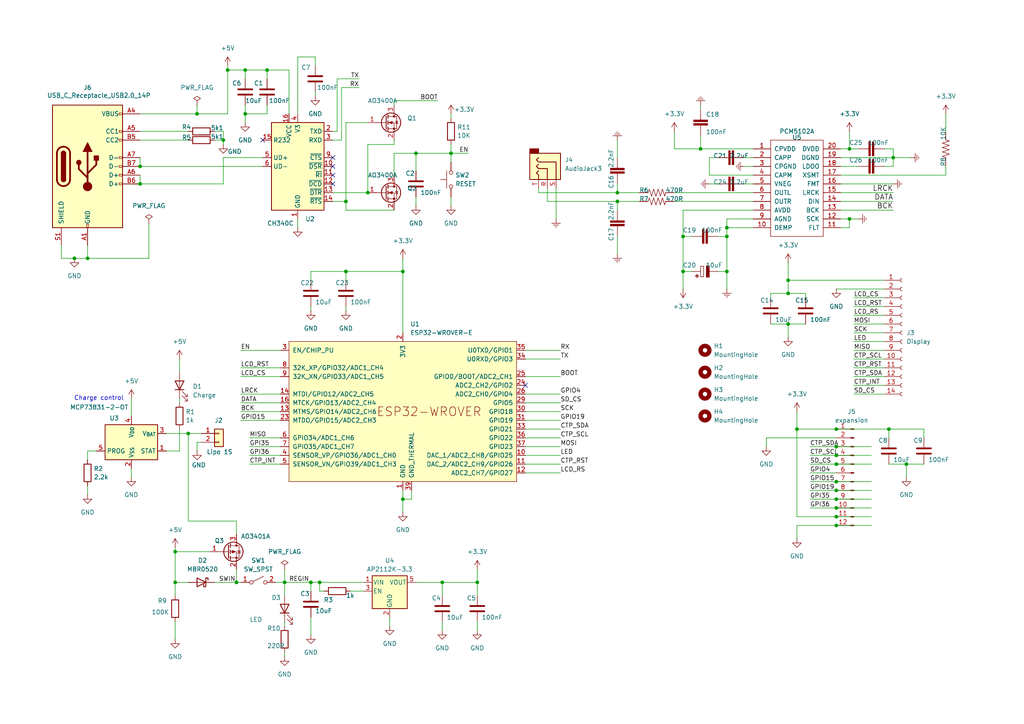
<source format=kicad_sch>
(kicad_sch (version 20250114) (generator "eeschema") (generator_version "9.0")
  (paper "A4")
  (text "Charge control" (at 28.702 115.57 0) (effects (font (size 1.27 1.27))))
  (junction (at 246.38 43.18))
  (junction (at 242.57 129.54))
  (junction (at 179.07 58.42))
  (junction (at 210.82 78.74))
  (junction (at 116.84 78.74))
  (junction (at 203.2 43.18))
  (junction (at 242.57 139.7))
  (junction (at 130.81 44.45))
  (junction (at 90.17 168.91))
  (junction (at 66.04 20.32))
  (junction (at 210.82 66.04))
  (junction (at 54.61 125.73))
  (junction (at 50.8 168.91))
  (junction (at 231.14 124.46))
  (junction (at 82.55 168.91))
  (junction (at 257.81 124.46))
  (junction (at 25.4 74.93))
  (junction (at 71.12 33.02))
  (junction (at 128.27 168.91))
  (junction (at 242.57 134.62))
  (junction (at 242.57 124.46))
  (junction (at 198.12 68.58))
  (junction (at 242.57 147.32))
  (junction (at 242.57 152.4))
  (junction (at 21.59 74.93))
  (junction (at 40.64 48.26))
  (junction (at 262.89 134.62))
  (junction (at 57.15 33.02))
  (junction (at 100.33 78.74))
  (junction (at 68.58 168.91))
  (junction (at 64.77 40.64))
  (junction (at 242.57 149.86))
  (junction (at 246.38 63.5))
  (junction (at 228.6 85.09))
  (junction (at 120.65 44.45))
  (junction (at 228.6 81.28))
  (junction (at 198.12 78.74))
  (junction (at 40.64 53.34))
  (junction (at 77.47 20.32))
  (junction (at 106.68 55.88))
  (junction (at 242.57 142.24))
  (junction (at 92.71 168.91))
  (junction (at 210.82 68.58))
  (junction (at 100.33 58.42))
  (junction (at 259.08 45.72))
  (junction (at 116.84 144.78))
  (junction (at 138.43 168.91))
  (junction (at 50.8 160.02))
  (junction (at 228.6 93.98))
  (junction (at 242.57 144.78))
  (junction (at 242.57 132.08))
  (junction (at 71.12 20.32))
  (junction (at 179.07 55.88))
  (no_connect (at 76.2 40.64))
  (no_connect (at 96.52 50.8))
  (no_connect (at 152.4 111.76))
  (no_connect (at 96.52 48.26))
  (no_connect (at 96.52 53.34))
  (no_connect (at 96.52 45.72))
  (wire (pts (xy 247.65 114.3) (xy 256.54 114.3)))
  (wire (pts (xy 152.4 116.84) (xy 162.56 116.84)))
  (wire (pts (xy 228.6 81.28) (xy 228.6 85.09)))
  (wire (pts (xy 228.6 81.28) (xy 256.54 81.28)))
  (wire (pts (xy 210.82 68.58) (xy 210.82 78.74)))
  (wire (pts (xy 138.43 180.34) (xy 138.43 182.88)))
  (wire (pts (xy 52.07 130.81) (xy 52.07 124.46)))
  (wire (pts (xy 97.79 22.86) (xy 104.14 22.86)))
  (wire (pts (xy 116.84 78.74) (xy 116.84 96.52)))
  (wire (pts (xy 205.74 50.8) (xy 218.44 50.8)))
  (wire (pts (xy 152.4 114.3) (xy 162.56 114.3)))
  (wire (pts (xy 152.4 119.38) (xy 162.56 119.38)))
  (wire (pts (xy 83.82 33.02) (xy 83.82 20.32)))
  (wire (pts (xy 198.12 78.74) (xy 198.12 83.82)))
  (wire (pts (xy 62.23 40.64) (xy 64.77 40.64)))
  (wire (pts (xy 43.18 64.77) (xy 43.18 74.93)))
  (wire (pts (xy 92.71 171.45) (xy 92.71 168.91)))
  (wire (pts (xy 50.8 160.02) (xy 60.96 160.02)))
  (wire (pts (xy 274.32 48.26) (xy 274.32 50.8)))
  (wire (pts (xy 246.38 43.18) (xy 248.92 43.18)))
  (wire (pts (xy 40.64 33.02) (xy 57.15 33.02)))
  (wire (pts (xy 100.33 60.96) (xy 114.3 60.96)))
  (wire (pts (xy 119.38 142.24) (xy 119.38 144.78)))
  (wire (pts (xy 247.65 106.68) (xy 256.54 106.68)))
  (wire (pts (xy 218.44 66.04) (xy 210.82 66.04)))
  (wire (pts (xy 203.2 39.37) (xy 203.2 43.18)))
  (wire (pts (xy 218.44 48.26) (xy 215.9 48.26)))
  (wire (pts (xy 247.65 91.44) (xy 256.54 91.44)))
  (wire (pts (xy 218.44 60.96) (xy 198.12 60.96)))
  (wire (pts (xy 156.21 55.88) (xy 156.21 54.61)))
  (wire (pts (xy 242.57 124.46) (xy 257.81 124.46)))
  (wire (pts (xy 93.98 171.45) (xy 92.71 171.45)))
  (wire (pts (xy 50.8 168.91) (xy 50.8 172.72)))
  (wire (pts (xy 52.07 104.14) (xy 52.07 107.95)))
  (wire (pts (xy 130.81 57.15) (xy 130.81 59.69)))
  (wire (pts (xy 243.84 53.34) (xy 259.08 53.34)))
  (wire (pts (xy 195.58 43.18) (xy 203.2 43.18)))
  (wire (pts (xy 246.38 63.5) (xy 248.92 63.5)))
  (wire (pts (xy 222.25 127) (xy 222.25 129.54)))
  (wire (pts (xy 179.07 55.88) (xy 185.42 55.88)))
  (wire (pts (xy 57.15 30.48) (xy 57.15 33.02)))
  (wire (pts (xy 40.64 50.8) (xy 40.64 53.34)))
  (wire (pts (xy 231.14 152.4) (xy 231.14 156.21)))
  (wire (pts (xy 243.84 43.18) (xy 246.38 43.18)))
  (wire (pts (xy 116.84 74.93) (xy 116.84 78.74)))
  (wire (pts (xy 256.54 43.18) (xy 259.08 43.18)))
  (wire (pts (xy 25.4 140.97) (xy 25.4 143.51)))
  (wire (pts (xy 100.33 58.42) (xy 100.33 60.96)))
  (wire (pts (xy 50.8 160.02) (xy 50.8 168.91)))
  (wire (pts (xy 68.58 151.13) (xy 54.61 151.13)))
  (wire (pts (xy 100.33 35.56) (xy 106.68 35.56)))
  (wire (pts (xy 231.14 124.46) (xy 242.57 124.46)))
  (wire (pts (xy 152.4 109.22) (xy 162.56 109.22)))
  (wire (pts (xy 77.47 33.02) (xy 71.12 33.02)))
  (wire (pts (xy 234.95 134.62) (xy 242.57 134.62)))
  (wire (pts (xy 92.71 168.91) (xy 105.41 168.91)))
  (wire (pts (xy 247.65 111.76) (xy 256.54 111.76)))
  (wire (pts (xy 62.23 168.91) (xy 68.58 168.91)))
  (wire (pts (xy 246.38 43.18) (xy 246.38 38.1)))
  (wire (pts (xy 114.3 50.8) (xy 114.3 44.45)))
  (wire (pts (xy 113.03 179.07) (xy 113.03 181.61)))
  (wire (pts (xy 114.3 29.21) (xy 127 29.21)))
  (wire (pts (xy 203.2 31.75) (xy 203.2 30.48)))
  (wire (pts (xy 152.4 129.54) (xy 162.56 129.54)))
  (wire (pts (xy 120.65 168.91) (xy 128.27 168.91)))
  (wire (pts (xy 69.85 109.22) (xy 81.28 109.22)))
  (wire (pts (xy 179.07 45.72) (xy 179.07 40.64)))
  (wire (pts (xy 90.17 179.07) (xy 90.17 184.15)))
  (wire (pts (xy 100.33 35.56) (xy 100.33 58.42)))
  (wire (pts (xy 91.44 26.67) (xy 91.44 27.94)))
  (wire (pts (xy 243.84 55.88) (xy 259.08 55.88)))
  (wire (pts (xy 274.32 38.1) (xy 274.32 33.02)))
  (wire (pts (xy 58.42 128.27) (xy 57.15 128.27)))
  (wire (pts (xy 71.12 20.32) (xy 77.47 20.32)))
  (wire (pts (xy 259.08 43.18) (xy 259.08 45.72)))
  (wire (pts (xy 179.07 53.34) (xy 179.07 55.88)))
  (wire (pts (xy 120.65 59.69) (xy 120.65 57.15)))
  (wire (pts (xy 90.17 81.28) (xy 90.17 78.74)))
  (wire (pts (xy 99.06 40.64) (xy 99.06 25.4)))
  (wire (pts (xy 120.65 44.45) (xy 120.65 49.53)))
  (wire (pts (xy 223.52 85.09) (xy 228.6 85.09)))
  (wire (pts (xy 54.61 125.73) (xy 58.42 125.73)))
  (wire (pts (xy 228.6 76.2) (xy 228.6 81.28)))
  (wire (pts (xy 69.85 119.38) (xy 81.28 119.38)))
  (wire (pts (xy 200.66 68.58) (xy 198.12 68.58)))
  (wire (pts (xy 259.08 45.72) (xy 259.08 48.26)))
  (wire (pts (xy 234.95 139.7) (xy 242.57 139.7)))
  (wire (pts (xy 64.77 40.64) (xy 64.77 41.91)))
  (wire (pts (xy 97.79 38.1) (xy 97.79 22.86)))
  (wire (pts (xy 179.07 55.88) (xy 156.21 55.88)))
  (wire (pts (xy 223.52 93.98) (xy 228.6 93.98)))
  (wire (pts (xy 210.82 66.04) (xy 210.82 68.58)))
  (wire (pts (xy 114.3 44.45) (xy 120.65 44.45)))
  (wire (pts (xy 100.33 78.74) (xy 116.84 78.74)))
  (wire (pts (xy 152.4 132.08) (xy 162.56 132.08)))
  (wire (pts (xy 40.64 45.72) (xy 40.64 48.26)))
  (wire (pts (xy 247.65 88.9) (xy 256.54 88.9)))
  (wire (pts (xy 242.57 149.86) (xy 252.73 149.86)))
  (wire (pts (xy 40.64 48.26) (xy 76.2 48.26)))
  (wire (pts (xy 152.4 104.14) (xy 162.56 104.14)))
  (wire (pts (xy 66.04 33.02) (xy 66.04 20.32)))
  (wire (pts (xy 119.38 144.78) (xy 116.84 144.78)))
  (wire (pts (xy 40.64 38.1) (xy 54.61 38.1)))
  (wire (pts (xy 215.9 53.34) (xy 218.44 53.34)))
  (wire (pts (xy 86.36 63.5) (xy 86.36 66.04)))
  (wire (pts (xy 243.84 60.96) (xy 259.08 60.96)))
  (wire (pts (xy 243.84 50.8) (xy 274.32 50.8)))
  (wire (pts (xy 231.14 149.86) (xy 242.57 149.86)))
  (wire (pts (xy 228.6 85.09) (xy 233.68 85.09)))
  (wire (pts (xy 208.28 68.58) (xy 210.82 68.58)))
  (wire (pts (xy 71.12 33.02) (xy 71.12 35.56)))
  (wire (pts (xy 38.1 135.89) (xy 38.1 138.43)))
  (wire (pts (xy 262.89 134.62) (xy 262.89 138.43)))
  (wire (pts (xy 247.65 96.52) (xy 256.54 96.52)))
  (wire (pts (xy 128.27 168.91) (xy 138.43 168.91)))
  (wire (pts (xy 152.4 101.6) (xy 162.56 101.6)))
  (wire (pts (xy 200.66 78.74) (xy 198.12 78.74)))
  (wire (pts (xy 267.97 124.46) (xy 267.97 127)))
  (wire (pts (xy 82.55 180.34) (xy 82.55 181.61)))
  (wire (pts (xy 242.57 144.78) (xy 252.73 144.78)))
  (wire (pts (xy 259.08 45.72) (xy 264.16 45.72)))
  (wire (pts (xy 242.57 142.24) (xy 252.73 142.24)))
  (wire (pts (xy 114.3 41.91) (xy 114.3 40.64)))
  (wire (pts (xy 210.82 63.5) (xy 210.82 66.04)))
  (wire (pts (xy 69.85 114.3) (xy 81.28 114.3)))
  (wire (pts (xy 114.3 29.21) (xy 114.3 30.48)))
  (wire (pts (xy 228.6 93.98) (xy 228.6 97.79)))
  (wire (pts (xy 208.28 78.74) (xy 210.82 78.74)))
  (wire (pts (xy 50.8 158.75) (xy 50.8 160.02)))
  (wire (pts (xy 77.47 20.32) (xy 83.82 20.32)))
  (wire (pts (xy 54.61 151.13) (xy 54.61 125.73)))
  (wire (pts (xy 152.4 124.46) (xy 162.56 124.46)))
  (wire (pts (xy 223.52 85.09) (xy 223.52 86.36)))
  (wire (pts (xy 25.4 130.81) (xy 27.94 130.81)))
  (wire (pts (xy 130.81 44.45) (xy 135.89 44.45)))
  (wire (pts (xy 257.81 134.62) (xy 262.89 134.62)))
  (wire (pts (xy 69.85 101.6) (xy 81.28 101.6)))
  (wire (pts (xy 106.68 41.91) (xy 106.68 55.88)))
  (wire (pts (xy 179.07 58.42) (xy 185.42 58.42)))
  (wire (pts (xy 25.4 133.35) (xy 25.4 130.81)))
  (wire (pts (xy 243.84 66.04) (xy 246.38 66.04)))
  (wire (pts (xy 64.77 45.72) (xy 64.77 53.34)))
  (wire (pts (xy 25.4 71.12) (xy 25.4 74.93)))
  (wire (pts (xy 128.27 168.91) (xy 128.27 172.72)))
  (wire (pts (xy 21.59 74.93) (xy 17.78 74.93)))
  (wire (pts (xy 71.12 30.48) (xy 71.12 33.02)))
  (wire (pts (xy 130.81 33.02) (xy 130.81 34.29)))
  (wire (pts (xy 242.57 129.54) (xy 252.73 129.54)))
  (wire (pts (xy 77.47 22.86) (xy 77.47 20.32)))
  (wire (pts (xy 242.57 152.4) (xy 252.73 152.4)))
  (wire (pts (xy 68.58 154.94) (xy 68.58 151.13)))
  (wire (pts (xy 90.17 168.91) (xy 90.17 171.45)))
  (wire (pts (xy 99.06 25.4) (xy 104.14 25.4)))
  (wire (pts (xy 257.81 124.46) (xy 257.81 127)))
  (wire (pts (xy 246.38 66.04) (xy 246.38 63.5)))
  (wire (pts (xy 40.64 53.34) (xy 64.77 53.34)))
  (wire (pts (xy 234.95 144.78) (xy 242.57 144.78)))
  (wire (pts (xy 100.33 88.9) (xy 100.33 90.17)))
  (wire (pts (xy 90.17 88.9) (xy 90.17 90.17)))
  (wire (pts (xy 68.58 168.91) (xy 69.85 168.91)))
  (wire (pts (xy 138.43 165.1) (xy 138.43 168.91)))
  (wire (pts (xy 130.81 44.45) (xy 120.65 44.45)))
  (wire (pts (xy 91.44 16.51) (xy 91.44 19.05)))
  (wire (pts (xy 152.4 134.62) (xy 162.56 134.62)))
  (wire (pts (xy 161.29 54.61) (xy 161.29 63.5)))
  (wire (pts (xy 54.61 168.91) (xy 50.8 168.91)))
  (wire (pts (xy 96.52 55.88) (xy 106.68 55.88)))
  (wire (pts (xy 231.14 152.4) (xy 242.57 152.4)))
  (wire (pts (xy 25.4 74.93) (xy 21.59 74.93)))
  (wire (pts (xy 234.95 142.24) (xy 242.57 142.24)))
  (wire (pts (xy 100.33 58.42) (xy 96.52 58.42)))
  (wire (pts (xy 210.82 78.74) (xy 210.82 83.82)))
  (wire (pts (xy 80.01 168.91) (xy 82.55 168.91)))
  (wire (pts (xy 43.18 74.93) (xy 25.4 74.93)))
  (wire (pts (xy 69.85 116.84) (xy 81.28 116.84)))
  (wire (pts (xy 64.77 38.1) (xy 64.77 40.64)))
  (wire (pts (xy 242.57 132.08) (xy 252.73 132.08)))
  (wire (pts (xy 72.39 129.54) (xy 81.28 129.54)))
  (wire (pts (xy 231.14 124.46) (xy 231.14 119.38)))
  (wire (pts (xy 69.85 121.92) (xy 81.28 121.92)))
  (wire (pts (xy 64.77 45.72) (xy 76.2 45.72)))
  (wire (pts (xy 66.04 20.32) (xy 66.04 19.05)))
  (wire (pts (xy 82.55 168.91) (xy 90.17 168.91)))
  (wire (pts (xy 69.85 106.68) (xy 81.28 106.68)))
  (wire (pts (xy 234.95 137.16) (xy 242.57 137.16)))
  (wire (pts (xy 233.68 85.09) (xy 233.68 86.36)))
  (wire (pts (xy 247.65 93.98) (xy 256.54 93.98)))
  (wire (pts (xy 57.15 33.02) (xy 66.04 33.02)))
  (wire (pts (xy 38.1 53.34) (xy 40.64 53.34)))
  (wire (pts (xy 152.4 121.92) (xy 162.56 121.92)))
  (wire (pts (xy 50.8 180.34) (xy 50.8 185.42)))
  (wire (pts (xy 68.58 168.91) (xy 68.58 165.1)))
  (wire (pts (xy 243.84 48.26) (xy 248.92 48.26)))
  (wire (pts (xy 158.75 58.42) (xy 158.75 54.61)))
  (wire (pts (xy 198.12 60.96) (xy 198.12 68.58)))
  (wire (pts (xy 179.07 58.42) (xy 179.07 60.96)))
  (wire (pts (xy 100.33 78.74) (xy 100.33 81.28)))
  (wire (pts (xy 72.39 132.08) (xy 81.28 132.08)))
  (wire (pts (xy 130.81 41.91) (xy 130.81 44.45)))
  (wire (pts (xy 128.27 180.34) (xy 128.27 182.88)))
  (wire (pts (xy 218.44 63.5) (xy 210.82 63.5)))
  (wire (pts (xy 138.43 168.91) (xy 138.43 172.72)))
  (wire (pts (xy 57.15 128.27) (xy 57.15 130.81)))
  (wire (pts (xy 247.65 86.36) (xy 256.54 86.36)))
  (wire (pts (xy 130.81 44.45) (xy 130.81 46.99)))
  (wire (pts (xy 259.08 48.26) (xy 256.54 48.26)))
  (wire (pts (xy 228.6 93.98) (xy 233.68 93.98)))
  (wire (pts (xy 101.6 171.45) (xy 105.41 171.45)))
  (wire (pts (xy 243.84 58.42) (xy 259.08 58.42)))
  (wire (pts (xy 257.81 124.46) (xy 267.97 124.46)))
  (wire (pts (xy 96.52 40.64) (xy 99.06 40.64)))
  (wire (pts (xy 234.95 147.32) (xy 242.57 147.32)))
  (wire (pts (xy 17.78 71.12) (xy 17.78 74.93)))
  (wire (pts (xy 198.12 68.58) (xy 198.12 78.74)))
  (wire (pts (xy 242.57 139.7) (xy 252.73 139.7)))
  (wire (pts (xy 86.36 16.51) (xy 86.36 33.02)))
  (wire (pts (xy 90.17 168.91) (xy 92.71 168.91)))
  (wire (pts (xy 96.52 38.1) (xy 97.79 38.1)))
  (wire (pts (xy 72.39 127) (xy 81.28 127)))
  (wire (pts (xy 52.07 115.57) (xy 52.07 116.84)))
  (wire (pts (xy 195.58 55.88) (xy 218.44 55.88)))
  (wire (pts (xy 62.23 38.1) (xy 64.77 38.1)))
  (wire (pts (xy 114.3 41.91) (xy 106.68 41.91)))
  (wire (pts (xy 72.39 134.62) (xy 81.28 134.62)))
  (wire (pts (xy 243.84 45.72) (xy 259.08 45.72)))
  (wire (pts (xy 222.25 127) (xy 242.57 127)))
  (wire (pts (xy 82.55 168.91) (xy 82.55 172.72)))
  (wire (pts (xy 40.64 40.64) (xy 54.61 40.64)))
  (wire (pts (xy 242.57 83.82) (xy 256.54 83.82)))
  (wire (pts (xy 231.14 124.46) (xy 231.14 149.86)))
  (wire (pts (xy 195.58 43.18) (xy 195.58 38.1)))
  (wire (pts (xy 208.28 53.34) (xy 205.74 53.34)))
  (wire (pts (xy 82.55 189.23) (xy 82.55 190.5)))
  (wire (pts (xy 247.65 101.6) (xy 256.54 101.6)))
  (wire (pts (xy 152.4 137.16) (xy 162.56 137.16)))
  (wire (pts (xy 242.57 147.32) (xy 252.73 147.32)))
  (wire (pts (xy 203.2 43.18) (xy 218.44 43.18)))
  (wire (pts (xy 82.55 165.1) (xy 82.55 168.91)))
  (wire (pts (xy 90.17 78.74) (xy 100.33 78.74)))
  (wire (pts (xy 179.07 68.58) (xy 179.07 73.66)))
  (wire (pts (xy 66.04 20.32) (xy 71.12 20.32)))
  (wire (pts (xy 116.84 142.24) (xy 116.84 144.78)))
  (wire (pts (xy 86.36 16.51) (xy 91.44 16.51)))
  (wire (pts (xy 243.84 63.5) (xy 246.38 63.5)))
  (wire (pts (xy 247.65 99.06) (xy 256.54 99.06)))
  (wire (pts (xy 152.4 127) (xy 162.56 127)))
  (wire (pts (xy 208.28 45.72) (xy 205.74 45.72)))
  (wire (pts (xy 38.1 115.57) (xy 38.1 120.65)))
  (wire (pts (xy 71.12 20.32) (xy 71.12 22.86)))
  (wire (pts (xy 179.07 58.42) (xy 158.75 58.42)))
  (wire (pts (xy 48.26 130.81) (xy 52.07 130.81)))
  (wire (pts (xy 234.95 129.54) (xy 242.57 129.54)))
  (wire (pts (xy 205.74 45.72) (xy 205.74 50.8)))
  (wire (pts (xy 77.47 30.48) (xy 77.47 33.02)))
  (wire (pts (xy 116.84 144.78) (xy 116.84 148.59)))
  (wire (pts (xy 195.58 58.42) (xy 218.44 58.42)))
  (wire (pts (xy 215.9 45.72) (xy 218.44 45.72)))
  (wire (pts (xy 247.65 104.14) (xy 256.54 104.14)))
  (wire (pts (xy 242.57 134.62) (xy 252.73 134.62)))
  (wire (pts (xy 262.89 134.62) (xy 267.97 134.62)))
  (wire (pts (xy 247.65 109.22) (xy 256.54 109.22)))
  (wire (pts (xy 234.95 132.08) (xy 242.57 132.08)))
  (wire (pts (xy 48.26 125.73) (xy 54.61 125.73)))
  (label "LCD_RS" (at 162.56 137.16 0))
  (label "GPIO19" (at 162.56 121.92 0))
  (label "CTP_SDA" (at 247.65 109.22 0))
  (label "MOSI" (at 247.65 93.98 0))
  (label "SCK" (at 162.56 119.38 0))
  (label "REGIN" (at 83.82 168.91 0))
  (label "SWIN" (at 63.5 168.91 0))
  (label "DATA" (at 69.85 116.84 0))
  (label "GPIO19" (at 234.95 142.24 0))
  (label "GPI35" (at 72.39 129.54 0))
  (label "CTP_INT" (at 72.39 134.62 0))
  (label "CTP_SDA" (at 234.95 129.54 0))
  (label "LCD_RS" (at 247.65 91.44 0))
  (label "EN" (at 135.89 44.45 180))
  (label "CTP_RST" (at 247.65 106.68 0))
  (label "SD_CS" (at 247.65 114.3 0))
  (label "CTP_SCL" (at 162.56 127 0))
  (label "CTP_INT" (at 247.65 111.76 0))
  (label "MISO" (at 72.39 127 0))
  (label "TX" (at 162.56 104.14 0))
  (label "LCD_RST" (at 247.65 88.9 0))
  (label "BOOT" (at 162.56 109.22 0))
  (label "LCD_CS" (at 69.85 109.22 0))
  (label "SCK" (at 247.65 96.52 0))
  (label "CTP_RST" (at 162.56 134.62 0))
  (label "CTP_SCL" (at 247.65 104.14 0))
  (label "GPI35" (at 234.95 144.78 0))
  (label "BOOT" (at 127 29.21 180))
  (label "RX" (at 162.56 101.6 0))
  (label "MISO" (at 247.65 101.6 0))
  (label "GPIO4" (at 162.56 114.3 0))
  (label "LCD_CS" (at 247.65 86.36 0))
  (label "BCK" (at 259.08 60.96 180) (effects (font (size 1.524 1.524))))
  (label "RX" (at 104.14 25.4 180))
  (label "GPI36" (at 234.95 147.32 0))
  (label "LCD_RST" (at 69.85 106.68 0))
  (label "GPIO4" (at 234.95 137.16 0))
  (label "CTP_SDA" (at 162.56 124.46 0))
  (label "LED" (at 247.65 99.06 0))
  (label "CTP_SCL" (at 234.95 132.08 0))
  (label "BCK" (at 69.85 119.38 0))
  (label "SD_CS" (at 234.95 134.62 0))
  (label "TX" (at 104.14 22.86 180))
  (label "GPIO15" (at 234.95 139.7 0))
  (label "MOSI" (at 162.56 129.54 0))
  (label "GPI36" (at 72.39 132.08 0))
  (label "EN" (at 69.85 101.6 0))
  (label "SD_CS" (at 162.56 116.84 0))
  (label "LRCK" (at 259.08 55.88 180) (effects (font (size 1.524 1.524))))
  (label "LED" (at 162.56 132.08 0))
  (label "LRCK" (at 69.85 114.3 0))
  (label "GPIO15" (at 69.85 121.92 0))
  (label "DATA" (at 259.08 58.42 180) (effects (font (size 1.524 1.524))))
  (symbol (lib_id "power:+3.3V") (at 138.43 165.1 0) (unit 1)
    (property "Reference" "#PWR020" (effects (hide yes)))
    (property "Value" "+3.3V" (at 138.43 160.02 0))
    (property "Description" "Power symbol creates a global label with name \"+3.3V\"" (effects (hide yes)))
  )
  (symbol (lib_id "power:GND") (at 242.57 83.82 0) (unit 1)
    (property "Reference" "#PWR022" (effects (hide yes)))
    (property "Value" "GND" (at 242.57 88.9 0))
    (property "Description" "Power symbol creates a global label with name \"GND\" , ground" (effects (hide yes)))
  )
  (symbol (lib_id "power:+5V") (at 50.8 158.75 0) (unit 1)
    (property "Reference" "#PWR015" (effects (hide yes)))
    (property "Value" "+5V" (at 50.8 153.67 0))
    (property "Description" "Power symbol creates a global label with name \"+5V\"" (effects (hide yes)))
  )
  (symbol (lib_id "power:GND") (at 90.17 184.15 0) (unit 1)
    (property "Reference" "#PWR016" (effects (hide yes)))
    (property "Value" "GND" (at 90.17 189.23 0))
    (property "Description" "Power symbol creates a global label with name \"GND\" , ground" (effects (hide yes)))
  )
  (symbol (lib_id "Connector:USB_C_Receptacle_USB2.0_14P") (at 25.4 48.26 0) (unit 1)
    (property "Reference" "J6" (at 25.4 25.4 0))
    (property "Value" "USB_C_Receptacle_USB2.0_14P" (at 28.702 27.686 0))
    (property "Footprint" "Connector_USB:USB_C_Receptacle_HRO_TYPE-C-31-M-12" (effects (hide yes)))
    (property "Datasheet" "https://www.usb.org/sites/default/files/documents/usb_type-c.zip" (effects (hide yes)))
    (property "Description" "USB 2.0-only 14P Type-C Receptacle connector" (effects (hide yes)))
    (property "LCSC" "C165948" (effects (hide yes)))
  )
  (symbol (lib_id "Device:R") (at 97.79 171.45 90) (unit 1)
    (property "Reference" "R3" (at 95.25 173.99 90))
    (property "Value" "1k" (at 101.6 172.72 90))
    (property "Footprint" "Resistor_SMD:R_0603_1608Metric" (effects (hide yes)))
    (property "Description" "Resistor" (effects (hide yes)))
    (property "LCSC" "C21190" (effects (hide yes)))
  )
  (symbol (lib_id "power:GND") (at 130.81 59.69 0) (unit 1)
    (property "Reference" "#PWR030" (effects (hide yes)))
    (property "Value" "GND" (at 130.81 64.77 0))
    (property "Description" "Power symbol creates a global label with name \"GND\" , ground" (effects (hide yes)))
  )
  (symbol (lib_name "C_EU_18") (lib_id "pidac_5102A-rescue:C_EU") (at 204.47 68.58 90) (unit 1)
    (property "Reference" "C19" (at 201.93 66.04 90) (effects (justify left bottom)))
    (property "Value" "100nF" (at 209.55 66.04 90) (effects (justify left bottom)))
    (property "Footprint" "Capacitor_SMD:C_0603_1608Metric" (effects (hide yes)))
    (property "LCSC" "C14663" (effects (hide yes)))
  )
  (symbol (lib_id "Mechanical:MountingHole") (at 204.47 114.3 0) (unit 1) (on_board no)
    (property "Reference" "H3" (at 207.01 113.0299 0) (effects (justify left)))
    (property "Value" "MountingHole" (at 207.01 115.5699 0) (effects (justify left)))
    (property "Footprint" "MountingHole:MountingHole_3.2mm_M3_ISO14580" (effects (hide yes)))
    (property "Description" "Mounting Hole without connection" (effects (hide yes)))
  )
  (symbol (lib_name "GND_25") (lib_id "pidac_5102A-rescue:GND") (at 248.92 63.5 90) (unit 1)
    (property "Reference" "#PWR047" (effects (hide yes)))
    (property "Value" "GND" (effects (hide yes)))
  )
  (symbol (lib_id "Device:C") (at 91.44 22.86 0) (unit 1)
    (property "Reference" "C7" (at 87.376 19.558 0) (effects (justify left)))
    (property "Value" "100nF" (at 91.948 25.4 0) (effects (justify left)))
    (property "Footprint" "Capacitor_SMD:C_0603_1608Metric" (effects (hide yes)))
    (property "Description" "Unpolarized capacitor" (effects (hide yes)))
    (property "LCSC" "C14663" (effects (hide yes)))
  )
  (symbol (lib_name "GND_20") (lib_id "pidac_5102A-rescue:GND") (at 210.82 83.82 0) (unit 1)
    (property "Reference" "#PWR044" (effects (hide yes)))
    (property "Value" "GND" (effects (hide yes)))
  )
  (symbol (lib_id "Device:C") (at 90.17 85.09 0) (unit 1)
    (property "Reference" "C22" (at 87.122 82.042 0) (effects (justify left)))
    (property "Value" "10uF" (at 91.44 87.63 0) (effects (justify left)))
    (property "Footprint" "Capacitor_SMD:C_0603_1608Metric" (effects (hide yes)))
    (property "Description" "Unpolarized capacitor" (effects (hide yes)))
    (property "LCSC" "C19702" (effects (hide yes)))
  )
  (symbol (lib_id "power:+3.3V") (at 198.12 83.82 180) (unit 1)
    (property "Reference" "#PWR023" (effects (hide yes)))
    (property "Value" "+3.3V" (at 198.12 88.9 0))
    (property "Description" "Power symbol creates a global label with name \"+3.3V\"" (effects (hide yes)))
  )
  (symbol (lib_id "power:+3.3V") (at 228.6 76.2 0) (unit 1)
    (property "Reference" "#PWR02" (effects (hide yes)))
    (property "Value" "+3.3V" (at 228.6 71.12 0))
    (property "Description" "Power symbol creates a global label with name \"+3.3V\"" (effects (hide yes)))
  )
  (symbol (lib_name "CPOL_EU_2") (lib_id "pidac_5102A-rescue:CPOL_EU") (at 204.47 78.74 90) (unit 1)
    (property "Reference" "C20" (at 201.93 76.2 90) (effects (justify left bottom)))
    (property "Value" "10uF" (at 209.55 76.2 90) (effects (justify left bottom)))
    (property "Footprint" "Capacitor_SMD:C_0603_1608Metric" (effects (hide yes)))
    (property "LCSC" "C19702" (effects (hide yes)))
  )
  (symbol (lib_name "C_EU_15") (lib_id "pidac_5102A-rescue:C_EU") (at 212.09 45.72 90) (unit 1)
    (property "Reference" "C21" (at 210.82 44.45 90) (effects (justify left bottom)))
    (property "Value" "2.2uF" (at 217.17 44.45 90) (effects (justify left bottom)))
    (property "Footprint" "Capacitor_SMD:C_0603_1608Metric" (effects (hide yes)))
    (property "LCSC" "C23630" (effects (hide yes)))
  )
  (symbol (lib_id "Device:LED") (at 82.55 176.53 90) (unit 1)
    (property "Reference" "D3" (at 78.74 173.355 90) (effects (justify right)))
    (property "Value" "LED" (at 72.39 179.705 90) (effects (justify right)))
    (property "Footprint" "LED_SMD:LED_0805_2012Metric" (effects (hide yes)))
    (property "Description" "Light emitting diode" (effects (hide yes)))
    (property "Sim.Pins" "1=K 2=A" (effects (hide yes)))
    (property "LCSC" "C2296" (effects (hide yes)))
  )
  (symbol (lib_name "C_EU_16") (lib_id "pidac_5102A-rescue:C_EU") (at 212.09 53.34 90) (unit 1)
    (property "Reference" "C24" (at 210.82 52.07 90) (effects (justify left bottom)))
    (property "Value" "2.2uF" (at 217.17 52.07 90) (effects (justify left bottom)))
    (property "Footprint" "Capacitor_SMD:C_0603_1608Metric" (effects (hide yes)))
    (property "LCSC" "C23630" (effects (hide yes)))
  )
  (symbol (lib_id "Transistor_FET:BSS138") (at 111.76 35.56 0) (unit 1)
    (property "Reference" "Q1" (at 118.11 34.2899 0) (effects (justify left)))
    (property "Value" "AO3400A" (at 106.68 29.21 0) (effects (justify left)))
    (property "Footprint" "Package_TO_SOT_SMD:SOT-23" (effects (hide yes)))
    (property "Datasheet" "https://www.onsemi.com/pub/Collateral/BSS138-D.PDF" (effects (hide yes)))
    (property "Description" "50V Vds, 0.22A Id, N-Channel MOSFET, SOT-23" (effects (hide yes)))
    (property "LCSC" "C20917" (effects (hide yes)))
  )
  (symbol (lib_id "power:GND") (at 21.59 74.93 0) (unit 1)
    (property "Reference" "#PWR026" (effects (hide yes)))
    (property "Value" "GND" (at 21.59 80.01 0))
    (property "Description" "Power symbol creates a global label with name \"GND\" , ground" (effects (hide yes)))
  )
  (symbol (lib_id "power:GND") (at 116.84 148.59 0) (unit 1)
    (property "Reference" "#PWR01" (effects (hide yes)))
    (property "Value" "GND" (at 116.84 153.67 0))
    (property "Description" "Power symbol creates a global label with name \"GND\" , ground" (effects (hide yes)))
  )
  (symbol (lib_id "Device:LED") (at 52.07 111.76 90) (unit 1)
    (property "Reference" "D1" (at 55.88 112.0774 90) (effects (justify right)))
    (property "Value" "Charge" (at 55.88 114.6174 90) (effects (justify right)))
    (property "Footprint" "LED_SMD:LED_0805_2012Metric" (effects (hide yes)))
    (property "Description" "Light emitting diode" (effects (hide yes)))
    (property "Sim.Pins" "1=K 2=A" (effects (hide yes)))
    (property "LCSC" "C84256" (effects (hide yes)))
  )
  (symbol (lib_name "C_EU_22") (lib_id "pidac_5102A-rescue:C_EU") (at 252.73 48.26 90) (unit 1)
    (property "Reference" "C26" (at 250.19 45.72 90) (effects (justify left bottom)))
    (property "Value" "100nF" (at 257.81 45.72 90) (effects (justify left bottom)))
    (property "Footprint" "Capacitor_SMD:C_0603_1608Metric" (effects (hide yes)))
    (property "LCSC" "C14663" (effects (hide yes)))
  )
  (symbol (lib_id "power:+3.3V") (at 231.14 119.38 0) (unit 1)
    (property "Reference" "#PWR025" (effects (hide yes)))
    (property "Value" "+3.3V" (at 231.14 114.3 0))
    (property "Description" "Power symbol creates a global label with name \"+3.3V\"" (effects (hide yes)))
  )
  (symbol (lib_id "power:GND") (at 262.89 138.43 0) (unit 1)
    (property "Reference" "#PWR029" (effects (hide yes)))
    (property "Value" "GND" (at 262.89 143.51 0))
    (property "Description" "Power symbol creates a global label with name \"GND\" , ground" (effects (hide yes)))
  )
  (symbol (lib_id "Device:C") (at 223.52 90.17 0) (unit 1)
    (property "Reference" "C14" (at 220.472 87.122 0) (effects (justify left)))
    (property "Value" "10uF" (at 224.79 92.71 0) (effects (justify left)))
    (property "Footprint" "Capacitor_SMD:C_0603_1608Metric" (effects (hide yes)))
    (property "Description" "Unpolarized capacitor" (effects (hide yes)))
    (property "LCSC" "C19702" (effects (hide yes)))
  )
  (symbol (lib_id "power:+5V") (at 38.1 115.57 0) (unit 1)
    (property "Reference" "#PWR010" (effects (hide yes)))
    (property "Value" "+5V" (at 38.1 110.49 0))
    (property "Description" "Power symbol creates a global label with name \"+5V\"" (effects (hide yes)))
  )
  (symbol (lib_id "Device:C") (at 233.68 90.17 0) (unit 1)
    (property "Reference" "C15" (at 230.632 87.122 0) (effects (justify left)))
    (property "Value" "100nF" (at 234.95 92.71 0) (effects (justify left)))
    (property "Footprint" "Capacitor_SMD:C_0603_1608Metric" (effects (hide yes)))
    (property "Description" "Unpolarized capacitor" (effects (hide yes)))
    (property "LCSC" "C14663" (effects (hide yes)))
  )
  (symbol (lib_id "power:GND") (at 222.25 129.54 0) (unit 1)
    (property "Reference" "#PWR027" (effects (hide yes)))
    (property "Value" "GND" (at 222.25 134.62 0))
    (property "Description" "Power symbol creates a global label with name \"GND\" , ground" (effects (hide yes)))
  )
  (symbol (lib_name "R_US_7") (lib_id "pidac_5102A-rescue:R_US") (at 190.5 58.42 0) (unit 1)
    (property "Reference" "R7" (at 185.42 58.42 0) (effects (justify left bottom)))
    (property "Value" "470R" (at 193.04 58.42 0) (effects (justify left bottom)))
    (property "Footprint" "Resistor_SMD:R_0603_1608Metric" (effects (hide yes)))
    (property "LCSC" "C23179" (effects (hide yes)))
  )
  (symbol (lib_id "Espressif:ESP32-WROVER-E") (at 116.84 119.38 0) (unit 1)
    (property "Reference" "U1" (at 118.9833 93.98 0) (effects (justify left)))
    (property "Value" "ESP32-WROVER-E" (at 118.9833 96.52 0) (effects (justify left)))
    (property "Footprint" "PCM_Espressif:ESP32-WROVER-E" (effects (hide yes)))
    (property "Datasheet" "https://www.espressif.com/sites/default/files/documentation/esp32-wrover-e_esp32-wrover-ie_datasheet_en.pdf" (effects (hide yes)))
    (property "Description" "ESP32-WROVER-E and ESP32-WROVER-IE are two powerful, generic WiFi-BT-BLE MCU modules that target a wide variety of applications, ranging from low-power sensor networks to the most demanding tasks, such as voice encoding, music streaming and MP3 decoding. ESP32-WROVER-E comes with a PCB antenna, and ESP32-WROVER-IE with an IPEX antenna. They both featurea 4 MB external SPI flash and an additional 8 MB SPI Pseudo static RAM (PSRAM)." (effects (hide yes)))
    (property "LCSC" "C701342" (effects (hide yes)))
  )
  (symbol (lib_name "C_EU_20") (lib_id "pidac_5102A-rescue:C_EU") (at 179.07 64.77 180) (unit 1)
    (property "Reference" "C17" (at 176.53 66.04 90) (effects (justify left bottom)))
    (property "Value" "2.2nF" (at 176.53 58.42 90) (effects (justify left bottom)))
    (property "Footprint" "Capacitor_SMD:C_0603_1608Metric" (effects (hide yes)))
    (property "LCSC" "C1604" (effects (hide yes)))
  )
  (symbol (lib_id "Device:R") (at 130.81 38.1 180) (unit 1)
    (property "Reference" "R11" (at 132.588 36.8878 0) (effects (justify right)))
    (property "Value" "10K" (at 132.588 39.3121 0) (effects (justify right)))
    (property "Footprint" "Resistor_SMD:R_0603_1608Metric" (effects (hide yes)))
    (property "Description" "Resistor" (effects (hide yes)))
    (property "LCSC" "C25804" (effects (hide yes)))
  )
  (symbol (lib_id "power:+3.3V") (at 246.38 38.1 0) (unit 1)
    (property "Reference" "#PWR046" (effects (hide yes)))
    (property "Value" "+3.3V" (at 246.38 33.02 0))
    (property "Description" "Power symbol creates a global label with name \"+3.3V\"" (effects (hide yes)))
  )
  (symbol (lib_id "Transistor_FET:DMG2301L") (at 66.04 160.02 0) (unit 1)
    (property "Reference" "Q3" (at 62.23 156.845 0) (effects (justify left)))
    (property "Value" "AO3401A" (at 69.85 155.575 0) (effects (justify left)))
    (property "Footprint" "Package_TO_SOT_SMD" (effects (hide yes)))
    (property "Datasheet" "https://www.diodes.com/assets/Datasheets/DMG2301L.pdf" (effects (hide yes)))
    (property "Description" "-3A Id, -20V Vds, P-Channel MOSFET, SOT-23" (effects (hide yes)))
    (property "LCSC" "C15127" (effects (hide yes)))
  )
  (symbol (lib_id "Device:C") (at 100.33 85.09 0) (unit 1)
    (property "Reference" "C23" (at 97.282 82.042 0) (effects (justify left)))
    (property "Value" "100nF" (at 101.6 87.63 0) (effects (justify left)))
    (property "Footprint" "Capacitor_SMD:C_0603_1608Metric" (effects (hide yes)))
    (property "Description" "Unpolarized capacitor" (effects (hide yes)))
    (property "LCSC" "C14663" (effects (hide yes)))
  )
  (symbol (lib_id "Connector:Conn_01x12_Pin") (at 247.65 137.16 0) (mirror y) (unit 1)
    (property "Reference" "J5" (at 247.015 119.38 0))
    (property "Value" "expansion" (at 247.015 121.92 0))
    (property "Footprint" "Connector_PinSocket_2.54mm:PinSocket_1x12_P2.54mm_Vertical" (effects (hide yes)))
    (property "Description" "Generic connector, single row, 01x12, script generated" (effects (hide yes)))
  )
  (symbol (lib_id "power:GND") (at 120.65 59.69 0) (unit 1)
    (property "Reference" "#PWR09" (effects (hide yes)))
    (property "Value" "GND" (at 120.65 64.77 0))
    (property "Description" "Power symbol creates a global label with name \"GND\" , ground" (effects (hide yes)))
  )
  (symbol (lib_id "Transistor_FET:BSS138") (at 111.76 55.88 0) (unit 1)
    (property "Reference" "Q2" (at 118.11 54.6099 0) (effects (justify left)))
    (property "Value" "AO3400A" (at 106.68 50.8 0) (effects (justify left)))
    (property "Footprint" "Package_TO_SOT_SMD:SOT-23" (effects (hide yes)))
    (property "Datasheet" "https://www.onsemi.com/pub/Collateral/BSS138-D.PDF" (effects (hide yes)))
    (property "Description" "50V Vds, 0.22A Id, N-Channel MOSFET, SOT-23" (effects (hide yes)))
    (property "LCSC" "C20917" (effects (hide yes)))
  )
  (symbol (lib_id "power:GND") (at 25.4 143.51 0) (unit 1)
    (property "Reference" "#PWR013" (effects (hide yes)))
    (property "Value" "GND" (at 25.4 148.59 0))
    (property "Description" "Power symbol creates a global label with name \"GND\" , ground" (effects (hide yes)))
  )
  (symbol (lib_name "C_EU_17") (lib_id "pidac_5102A-rescue:C_EU") (at 203.2 35.56 0) (unit 1)
    (property "Reference" "C18" (at 204.724 33.909 0) (effects (justify left bottom)))
    (property "Value" "100nF" (at 204.724 38.989 0) (effects (justify left bottom)))
    (property "Footprint" "Capacitor_SMD:C_0603_1608Metric" (effects (hide yes)))
    (property "LCSC" "C14663" (effects (hide yes)))
  )
  (symbol (lib_id "Mechanical:MountingHole") (at 204.47 101.6 0) (unit 1) (on_board no)
    (property "Reference" "H1" (at 207.01 100.3299 0) (effects (justify left)))
    (property "Value" "MountingHole" (at 207.01 102.8699 0) (effects (justify left)))
    (property "Footprint" "MountingHole:MountingHole_3.2mm_M3_ISO14580" (effects (hide yes)))
    (property "Description" "Mounting Hole without connection" (effects (hide yes)))
  )
  (symbol (lib_id "Device:R") (at 52.07 120.65 0) (unit 1)
    (property "Reference" "R1" (at 53.848 119.4378 0) (effects (justify left)))
    (property "Value" "1k" (at 53.848 121.8621 0) (effects (justify left)))
    (property "Footprint" "Resistor_SMD:R_0603_1608Metric" (effects (hide yes)))
    (property "Description" "Resistor" (effects (hide yes)))
    (property "LCSC" "C21190" (effects (hide yes)))
  )
  (symbol (lib_id "Interface_USB:CH340C") (at 86.36 48.26 0) (unit 1)
    (property "Reference" "U2" (at 88.5541 63.5 0) (effects (justify left)))
    (property "Value" "CH340C" (at 77.47 64.77 0) (effects (justify left)))
    (property "Footprint" "Package_SO:SOIC-16_3.9x9.9mm_P1.27mm" (effects (hide yes)))
    (property "Datasheet" "https://datasheet.lcsc.com/szlcsc/Jiangsu-Qin-Heng-CH340C_C84681.pdf" (effects (hide yes)))
    (property "Description" "USB serial converter, crystal-less, UART, SOIC-16" (effects (hide yes)))
    (property "LCSC" "C84681" (effects (hide yes)))
  )
  (symbol (lib_id "power:GND") (at 90.17 90.17 0) (unit 1)
    (property "Reference" "#PWR037" (effects (hide yes)))
    (property "Value" "GND" (at 90.17 95.25 0))
    (property "Description" "Power symbol creates a global label with name \"GND\" , ground" (effects (hide yes)))
  )
  (symbol (lib_id "power:+3.3V") (at 195.58 38.1 0) (unit 1)
    (property "Reference" "#PWR040" (effects (hide yes)))
    (property "Value" "+3.3V" (at 195.58 33.02 0))
    (property "Description" "Power symbol creates a global label with name \"+3.3V\"" (effects (hide yes)))
  )
  (symbol (lib_id "power:GND") (at 100.33 90.17 0) (unit 1)
    (property "Reference" "#PWR038" (effects (hide yes)))
    (property "Value" "GND" (at 100.33 95.25 0))
    (property "Description" "Power symbol creates a global label with name \"GND\" , ground" (effects (hide yes)))
  )
  (symbol (lib_id "power:GND") (at 91.44 27.94 0) (unit 1)
    (property "Reference" "#PWR06" (effects (hide yes)))
    (property "Value" "GND" (at 91.44 33.02 0))
    (property "Description" "Power symbol creates a global label with name \"GND\" , ground" (effects (hide yes)))
  )
  (symbol (lib_id "Device:R") (at 82.55 185.42 0) (unit 1)
    (property "Reference" "R10" (at 77.47 182.245 0) (effects (justify left)))
    (property "Value" "220R" (at 77.47 187.325 0) (effects (justify left)))
    (property "Footprint" "Resistor_SMD:R_0603_1608Metric" (effects (hide yes)))
    (property "Description" "Resistor" (effects (hide yes)))
    (property "LCSC" "C22962" (effects (hide yes)))
  )
  (symbol (lib_id "Device:C") (at 120.65 53.34 0) (unit 1)
    (property "Reference" "C2" (at 117.602 50.292 0) (effects (justify left)))
    (property "Value" "100nF" (at 121.92 55.88 0) (effects (justify left)))
    (property "Footprint" "Capacitor_SMD:C_0603_1608Metric" (effects (hide yes)))
    (property "Description" "Unpolarized capacitor" (effects (hide yes)))
    (property "LCSC" "C14663" (effects (hide yes)))
  )
  (symbol (lib_name "GND_24") (lib_id "pidac_5102A-rescue:GND") (at 179.07 73.66 0) (unit 1)
    (property "Reference" "#PWR039" (effects (hide yes)))
    (property "Value" "GND" (effects (hide yes)))
  )
  (symbol (lib_id "Device:R") (at 58.42 38.1 90) (unit 1)
    (property "Reference" "R4" (at 54.102 36.83 90))
    (property "Value" "5k1" (at 62.992 39.624 90))
    (property "Footprint" "Resistor_SMD:R_0603_1608Metric" (effects (hide yes)))
    (property "Description" "Resistor" (effects (hide yes)))
    (property "LCSC" "C23186 " (effects (hide yes)))
  )
  (symbol (lib_id "power:+5V") (at 52.07 104.14 0) (unit 1)
    (property "Reference" "#PWR012" (effects (hide yes)))
    (property "Value" "+5V" (at 52.07 99.06 0))
    (property "Description" "Power symbol creates a global label with name \"+5V\"" (effects (hide yes)))
  )
  (symbol (lib_id "power:GND") (at 86.36 66.04 0) (unit 1)
    (property "Reference" "#PWR04" (effects (hide yes)))
    (property "Value" "GND" (effects (hide yes)))
    (property "Description" "Power symbol creates a global label with name \"GND\" , ground" (effects (hide yes)))
  )
  (symbol (lib_id "Device:R") (at 25.4 137.16 0) (unit 1)
    (property "Reference" "R2" (at 27.178 135.9478 0) (effects (justify left)))
    (property "Value" "2.2k" (at 27.178 138.3721 0) (effects (justify left)))
    (property "Footprint" "Resistor_SMD:R_0603_1608Metric" (effects (hide yes)))
    (property "Description" "Resistor" (effects (hide yes)))
    (property "LCSC" "C4190" (effects (hide yes)))
  )
  (symbol (lib_id "Device:C") (at 138.43 176.53 0) (unit 1)
    (property "Reference" "C5" (at 135.382 173.482 0) (effects (justify left)))
    (property "Value" "100nF" (at 139.7 179.07 0) (effects (justify left)))
    (property "Footprint" "Capacitor_SMD:C_0603_1608Metric" (effects (hide yes)))
    (property "Description" "Unpolarized capacitor" (effects (hide yes)))
    (property "LCSC" "C14663" (effects (hide yes)))
  )
  (symbol (lib_id "power:GND") (at 128.27 182.88 0) (unit 1)
    (property "Reference" "#PWR018" (effects (hide yes)))
    (property "Value" "GND" (at 128.27 187.96 0))
    (property "Description" "Power symbol creates a global label with name \"GND\" , ground" (effects (hide yes)))
  )
  (symbol (lib_id "power:GND") (at 64.77 41.91 0) (unit 1)
    (property "Reference" "#PWR021" (effects (hide yes)))
    (property "Value" "GND" (at 68.072 43.942 0))
    (property "Description" "Power symbol creates a global label with name \"GND\" , ground" (effects (hide yes)))
  )
  (symbol (lib_id "Connector_Audio:AudioJack3") (at 158.75 49.53 270) (unit 1)
    (property "Reference" "J4" (at 163.83 46.3549 90) (effects (justify left)))
    (property "Value" "AudioJack3" (at 163.83 48.8949 90) (effects (justify left)))
    (property "Footprint" "Connector_Audio:Jack_3.5mm_CUI_SJ1-3523N_Horizontal" (effects (hide yes)))
    (property "Description" "Audio Jack, 3 Poles (Stereo / TRS)" (effects (hide yes)))
    (property "LCSC" "C20182914 " (effects (hide yes)))
  )
  (symbol (lib_name "R_US_6") (lib_id "pidac_5102A-rescue:R_US") (at 190.5 55.88 0) (unit 1)
    (property "Reference" "R6" (at 185.42 55.88 0) (effects (justify left bottom)))
    (property "Value" "470R" (at 193.04 55.88 0) (effects (justify left bottom)))
    (property "Footprint" "Resistor_SMD:R_0603_1608Metric" (effects (hide yes)))
    (property "LCSC" "C23179" (effects (hide yes)))
  )
  (symbol (lib_id "power:+3.3V") (at 130.81 33.02 0) (unit 1)
    (property "Reference" "#PWR036" (effects (hide yes)))
    (property "Value" "+3.3V" (at 134.62 31.75 0))
    (property "Description" "Power symbol creates a global label with name \"+3.3V\"" (effects (hide yes)))
  )
  (symbol (lib_id "Mechanical:MountingHole") (at 204.47 107.95 0) (unit 1) (on_board no)
    (property "Reference" "H2" (at 207.01 106.6799 0) (effects (justify left)))
    (property "Value" "MountingHole" (at 207.01 109.2199 0) (effects (justify left)))
    (property "Footprint" "MountingHole:MountingHole_3.2mm_M3_ISO14580" (effects (hide yes)))
    (property "Description" "Mounting Hole without connection" (effects (hide yes)))
  )
  (symbol (lib_id "power:GND") (at 38.1 138.43 0) (unit 1)
    (property "Reference" "#PWR011" (effects (hide yes)))
    (property "Value" "GND" (at 38.1 143.51 0))
    (property "Description" "Power symbol creates a global label with name \"GND\" , ground" (effects (hide yes)))
  )
  (symbol (lib_id "power:GND") (at 231.14 156.21 0) (unit 1)
    (property "Reference" "#PWR028" (effects (hide yes)))
    (property "Value" "GND" (at 231.14 161.29 0))
    (property "Description" "Power symbol creates a global label with name \"GND\" , ground" (effects (hide yes)))
  )
  (symbol (lib_id "power:+3.3V") (at 116.84 74.93 0) (unit 1)
    (property "Reference" "#PWR03" (effects (hide yes)))
    (property "Value" "+3.3V" (at 116.84 69.85 0))
    (property "Description" "Power symbol creates a global label with name \"+3.3V\"" (effects (hide yes)))
  )
  (symbol (lib_id "Switch:SW_SPST") (at 74.93 168.91 0) (unit 1)
    (property "Reference" "SW1" (at 74.93 162.56 0))
    (property "Value" "SW_SPST" (at 74.93 165.1 0))
    (property "Footprint" "Button_Switch_THT:SW_Slide_SPDT_Angled_CK_OS102011MA1Q" (effects (hide yes)))
    (property "Description" "Single Pole Single Throw (SPST) switch" (effects (hide yes)))
    (property "LCSC" "C226259" (effects (hide yes)))
  )
  (symbol (lib_name "GND_19") (lib_id "pidac_5102A-rescue:GND") (at 215.9 48.26 270) (unit 1)
    (property "Reference" "#PWR045" (effects (hide yes)))
    (property "Value" "GND" (effects (hide yes)))
  )
  (symbol (lib_name "GND_23") (lib_id "pidac_5102A-rescue:GND") (at 161.29 63.5 0) (unit 1)
    (property "Reference" "#PWR032" (effects (hide yes)))
    (property "Value" "GND" (effects (hide yes)))
  )
  (symbol (lib_id "Connector:Conn_01x14_Socket") (at 261.62 96.52 0) (unit 1)
    (property "Reference" "J3" (at 262.89 96.5199 0) (effects (justify left)))
    (property "Value" "Display" (at 262.89 99.0599 0) (effects (justify left)))
    (property "Footprint" "Connector_PinSocket_2.54mm:PinSocket_1x14_P2.54mm_Vertical" (effects (hide yes)))
    (property "Description" "Generic connector, single row, 01x14, script generated" (effects (hide yes)))
  )
  (symbol (lib_id "power:+3.3V") (at 274.32 33.02 0) (unit 1)
    (property "Reference" "#PWR050" (effects (hide yes)))
    (property "Value" "+3.3V" (at 274.32 27.94 0))
    (property "Description" "Power symbol creates a global label with name \"+3.3V\"" (effects (hide yes)))
  )
  (symbol (lib_name "C_EU_19") (lib_id "pidac_5102A-rescue:C_EU") (at 179.07 49.53 180) (unit 1)
    (property "Reference" "C16" (at 176.53 50.8 90) (effects (justify left bottom)))
    (property "Value" "2.2nF" (at 176.53 43.18 90) (effects (justify left bottom)))
    (property "Footprint" "Capacitor_SMD:C_0603_1608Metric" (effects (hide yes)))
    (property "LCSC" "C1604" (effects (hide yes)))
  )
  (symbol (lib_id "power:GND") (at 82.55 190.5 0) (unit 1)
    (property "Reference" "#PWR035" (effects (hide yes)))
    (property "Value" "GND" (at 82.55 195.58 0))
    (property "Description" "Power symbol creates a global label with name \"GND\" , ground" (effects (hide yes)))
  )
  (symbol (lib_id "power:GND") (at 57.15 130.81 0) (unit 1)
    (property "Reference" "#PWR014" (effects (hide yes)))
    (property "Value" "GND" (at 57.658 134.874 0))
    (property "Description" "Power symbol creates a global label with name \"GND\" , ground" (effects (hide yes)))
  )
  (symbol (lib_id "power:GND") (at 138.43 182.88 0) (unit 1)
    (property "Reference" "#PWR019" (effects (hide yes)))
    (property "Value" "GND" (at 138.43 187.96 0))
    (property "Description" "Power symbol creates a global label with name \"GND\" , ground" (effects (hide yes)))
  )
  (symbol (lib_id "power:PWR_FLAG") (at 43.18 64.77 0) (unit 1)
    (property "Reference" "#FLG04" (effects (hide yes)))
    (property "Value" "PWR_FLAG" (at 43.18 59.69 0))
    (property "Description" "Special symbol for telling ERC where power comes from" (effects (hide yes)))
  )
  (symbol (lib_id "Device:C") (at 77.47 26.67 0) (unit 1)
    (property "Reference" "C1" (at 73.66 24.13 0) (effects (justify left)))
    (property "Value" "100nF" (at 77.978 29.21 0) (effects (justify left)))
    (property "Footprint" "Capacitor_SMD:C_0603_1608Metric" (effects (hide yes)))
    (property "Description" "Unpolarized capacitor" (effects (hide yes)))
    (property "LCSC" "C14663" (effects (hide yes)))
  )
  (symbol (lib_id "Switch:SW_Push") (at 130.81 52.07 90) (unit 1)
    (property "Reference" "SW2" (at 132.08 50.7999 90) (effects (justify right)))
    (property "Value" "RESET" (at 132.08 53.3399 90) (effects (justify right)))
    (property "Footprint" "Button_Switch_SMD:SW_SPST_EVQP7C" (effects (hide yes)))
    (property "Description" "Push button switch, generic, two pins" (effects (hide yes)))
    (property "LCSC" "C388883" (effects (hide yes)))
  )
  (symbol (lib_id "power:+5V") (at 66.04 19.05 0) (unit 1)
    (property "Reference" "#PWR07" (effects (hide yes)))
    (property "Value" "+5V" (at 66.04 13.97 0))
    (property "Description" "Power symbol creates a global label with name \"+5V\"" (effects (hide yes)))
  )
  (symbol (lib_id "Battery_Management:MCP73831-2-OT") (at 38.1 128.27 0) (unit 1)
    (property "Reference" "U3" (at 31.75 121.285 0) (effects (justify left)))
    (property "Value" "MCP73831-2-OT" (at 20.32 118.11 0) (effects (justify left)))
    (property "Footprint" "Package_TO_SOT_SMD:SOT-23-5" (effects (hide yes)))
    (property "Datasheet" "http://ww1.microchip.com/downloads/en/DeviceDoc/20001984g.pdf" (effects (hide yes)))
    (property "Description" "Single cell, Li-Ion/Li-Po charge management controller, 4.20V, Tri-State Status Output, in SOT23-5 package" (effects (hide yes)))
    (property "LCSC" "C424093" (effects (hide yes)))
  )
  (symbol (lib_name "GND_18") (lib_id "pidac_5102A-rescue:GND") (at 264.16 45.72 90) (unit 1)
    (property "Reference" "#PWR049" (effects (hide yes)))
    (property "Value" "GND" (effects (hide yes)))
  )
  (symbol (lib_id "power:GND") (at 71.12 35.56 0) (unit 1)
    (property "Reference" "#PWR08" (effects (hide yes)))
    (property "Value" "GND" (at 71.12 40.64 0))
    (property "Description" "Power symbol creates a global label with name \"GND\" , ground" (effects (hide yes)))
  )
  (symbol (lib_id "Diode:MBR0520") (at 58.42 168.91 0) (mirror y) (unit 1)
    (property "Reference" "D2" (at 58.7375 162.56 0))
    (property "Value" "MBR0520" (at 58.7375 165.1 0))
    (property "Footprint" "Diode_SMD:D_SOD-123" (effects (hide yes)))
    (property "Datasheet" "http://www.mccsemi.com/up_pdf/MBR0520~MBR0580(SOD123).pdf" (effects (hide yes)))
    (property "Description" "20V 0.5A Schottky Power Rectifier Diode, SOD-123" (effects (hide yes)))
    (property "LCSC" "C8598 " (effects (hide yes)))
  )
  (symbol (lib_id "power:PWR_FLAG") (at 82.55 165.1 0) (unit 1)
    (property "Reference" "#FLG01" (effects (hide yes)))
    (property "Value" "PWR_FLAG" (at 82.55 160.02 0))
    (property "Description" "Special symbol for telling ERC where power comes from" (effects (hide yes)))
  )
  (symbol (lib_id "Device:R") (at 50.8 176.53 0) (unit 1)
    (property "Reference" "R9" (at 45.72 174.244 0) (effects (justify left)))
    (property "Value" "100K" (at 43.942 177.546 0) (effects (justify left)))
    (property "Footprint" "Resistor_SMD:R_0603_1608Metric" (effects (hide yes)))
    (property "Description" "Resistor" (effects (hide yes)))
    (property "LCSC" "C25803" (effects (hide yes)))
  )
  (symbol (lib_id "power:PWR_FLAG") (at 57.15 30.48 0) (unit 1)
    (property "Reference" "#FLG02" (effects (hide yes)))
    (property "Value" "PWR_FLAG" (at 57.15 25.4 0))
    (property "Description" "Special symbol for telling ERC where power comes from" (effects (hide yes)))
  )
  (symbol (lib_id "Device:R") (at 58.42 40.64 90) (unit 1)
    (property "Reference" "R5" (at 54.102 39.878 90))
    (property "Value" "5k1" (at 62.992 37.084 90))
    (property "Footprint" "Resistor_SMD:R_0603_1608Metric" (effects (hide yes)))
    (property "Description" "Resistor" (effects (hide yes)))
    (property "LCSC" "C23186 " (effects (hide yes)))
  )
  (symbol (lib_name "GND_22") (lib_id "pidac_5102A-rescue:GND") (at 179.07 40.64 180) (unit 1)
    (property "Reference" "#PWR034" (effects (hide yes)))
    (property "Value" "GND" (effects (hide yes)))
  )
  (symbol (lib_name "PCM5102A_2") (lib_id "pidac_5102A-rescue:PCM5102A") (at 231.14 53.34 0) (unit 1)
    (property "Reference" "U5" (at 231.14 39.878 0))
    (property "Value" "PCM5102A" (at 231.14 38.1 0))
    (property "Footprint" "Package_SO:TSSOP-20_4.4x6.5mm_P0.65mm" (effects (hide yes)))
    (property "LCSC" "C107671" (effects (hide yes)))
  )
  (symbol (lib_id "Mechanical:MountingHole") (at 204.47 120.65 0) (unit 1) (on_board no)
    (property "Reference" "H4" (at 207.01 119.3799 0) (effects (justify left)))
    (property "Value" "MountingHole" (at 207.01 121.9199 0) (effects (justify left)))
    (property "Footprint" "MountingHole:MountingHole_3.2mm_M3_ISO14580" (effects (hide yes)))
    (property "Description" "Mounting Hole without connection" (effects (hide yes)))
  )
  (symbol (lib_id "Device:C") (at 257.81 130.81 0) (unit 1)
    (property "Reference" "C8" (at 254.762 127.762 0) (effects (justify left)))
    (property "Value" "10uF" (at 259.08 133.35 0) (effects (justify left)))
    (property "Footprint" "Capacitor_SMD:C_0603_1608Metric" (effects (hide yes)))
    (property "Description" "Unpolarized capacitor" (effects (hide yes)))
    (property "LCSC" "C19702" (effects (hide yes)))
  )
  (symbol (lib_name "R_US_5") (lib_id "pidac_5102A-rescue:R_US") (at 274.32 43.18 90) (unit 1)
    (property "Reference" "R8" (at 274.32 48.26 0) (effects (justify left bottom)))
    (property "Value" "10K" (at 274.32 40.64 0) (effects (justify left bottom)))
    (property "Footprint" "Resistor_SMD:R_0603_1608Metric" (effects (hide yes)))
    (property "LCSC" "C25804" (effects (hide yes)))
  )
  (symbol (lib_name "GND_17") (lib_id "pidac_5102A-rescue:GND") (at 259.08 53.34 90) (unit 1)
    (property "Reference" "#PWR048" (effects (hide yes)))
    (property "Value" "GND" (effects (hide yes)))
  )
  (symbol (lib_id "power:GND") (at 50.8 185.42 0) (unit 1)
    (property "Reference" "#PWR024" (effects (hide yes)))
    (property "Value" "GND" (at 50.8 190.5 0))
    (property "Description" "Power symbol creates a global label with name \"GND\" , ground" (effects (hide yes)))
  )
  (symbol (lib_id "power:GND") (at 113.03 181.61 0) (unit 1)
    (property "Reference" "#PWR017" (effects (hide yes)))
    (property "Value" "GND" (at 113.03 186.69 0))
    (property "Description" "Power symbol creates a global label with name \"GND\" , ground" (effects (hide yes)))
  )
  (symbol (lib_name "GND_21") (lib_id "pidac_5102A-rescue:GND") (at 205.74 53.34 270) (unit 1)
    (property "Reference" "#PWR043" (effects (hide yes)))
    (property "Value" "GND" (effects (hide yes)))
  )
  (symbol (lib_id "Connector_Generic:Conn_01x02") (at 63.5 125.73 0) (unit 1)
    (property "Reference" "J2" (at 62.23 121.92 0) (effects (justify left)))
    (property "Value" "Lipo 1S" (at 59.944 131.064 0) (effects (justify left)))
    (property "Footprint" "Connector_JST:JST_ZH_S2B-ZR-SM4A-TF_1x02-1MP_P1.50mm_Horizontal" (effects (hide yes)))
    (property "Description" "Generic connector, single row, 01x02, script generated (kicad-library-utils/schlib/autogen/connector/)" (effects (hide yes)))
  )
  (symbol (lib_id "power:GND") (at 228.6 97.79 0) (unit 1)
    (property "Reference" "#PWR033" (effects (hide yes)))
    (property "Value" "GND" (at 228.6 102.87 0))
    (property "Description" "Power symbol creates a global label with name \"GND\" , ground" (effects (hide yes)))
  )
  (symbol (lib_id "Regulator_Linear:AP2112K-3.3") (at 113.03 171.45 0) (unit 1)
    (property "Reference" "U4" (at 113.03 162.56 0))
    (property "Value" "AP2112K-3.3" (at 113.03 165.1 0))
    (property "Footprint" "Package_TO_SOT_SMD:SOT-23-5" (effects (hide yes)))
    (property "Datasheet" "https://www.diodes.com/assets/Datasheets/AP2112.pdf" (effects (hide yes)))
    (property "Description" "600mA low dropout linear regulator, with enable pin, 3.8V-6V input voltage range, 3.3V fixed positive output, SOT-23-5" (effects (hide yes)))
    (property "LCSC" "C51118" (effects (hide yes)))
  )
  (symbol (lib_name "GND_14") (lib_id "pidac_5102A-rescue:GND") (at 203.2 30.48 180) (unit 1)
    (property "Reference" "#PWR042" (effects (hide yes)))
    (property "Value" "GND" (effects (hide yes)))
  )
  (symbol (lib_id "Device:C") (at 71.12 26.67 0) (unit 1)
    (property "Reference" "C6" (at 67.31 24.13 0) (effects (justify left)))
    (property "Value" "10uF" (at 71.12 29.21 0) (effects (justify left)))
    (property "Footprint" "Capacitor_SMD:C_0603_1608Metric" (effects (hide yes)))
    (property "Description" "Unpolarized capacitor" (effects (hide yes)))
    (property "LCSC" "C19702" (effects (hide yes)))
  )
  (symbol (lib_id "Device:C") (at 267.97 130.81 0) (unit 1)
    (property "Reference" "C9" (at 264.922 127.762 0) (effects (justify left)))
    (property "Value" "100nF" (at 269.24 133.35 0) (effects (justify left)))
    (property "Footprint" "Capacitor_SMD:C_0603_1608Metric" (effects (hide yes)))
    (property "Description" "Unpolarized capacitor" (effects (hide yes)))
    (property "LCSC" "C14663" (effects (hide yes)))
  )
  (symbol (lib_name "C_EU_21") (lib_id "pidac_5102A-rescue:C_EU") (at 252.73 43.18 90) (unit 1)
    (property "Reference" "C25" (at 250.19 40.64 90) (effects (justify left bottom)))
    (property "Value" "100nF" (at 257.81 40.64 90) (effects (justify left bottom)))
    (property "Footprint" "Capacitor_SMD:C_0603_1608Metric" (effects (hide yes)))
    (property "LCSC" "C14663" (effects (hide yes)))
  )
  (symbol (lib_id "Device:C") (at 90.17 175.26 0) (unit 1)
    (property "Reference" "C3" (at 87.122 172.212 0) (effects (justify left)))
    (property "Value" "10uF" (at 91.44 177.165 0) (effects (justify left)))
    (property "Footprint" "Capacitor_SMD:C_0603_1608Metric" (effects (hide yes)))
    (property "Description" "Unpolarized capacitor" (effects (hide yes)))
    (property "LCSC" "C19702" (effects (hide yes)))
  )
  (symbol (lib_id "Device:C") (at 128.27 176.53 0) (unit 1)
    (property "Reference" "C4" (at 125.222 173.482 0) (effects (justify left)))
    (property "Value" "10uF" (at 129.54 179.07 0) (effects (justify left)))
    (property "Footprint" "Capacitor_SMD:C_0603_1608Metric" (effects (hide yes)))
    (property "Description" "Unpolarized capacitor" (effects (hide yes)))
    (property "LCSC" "C19702" (effects (hide yes)))
  )
)
</source>
